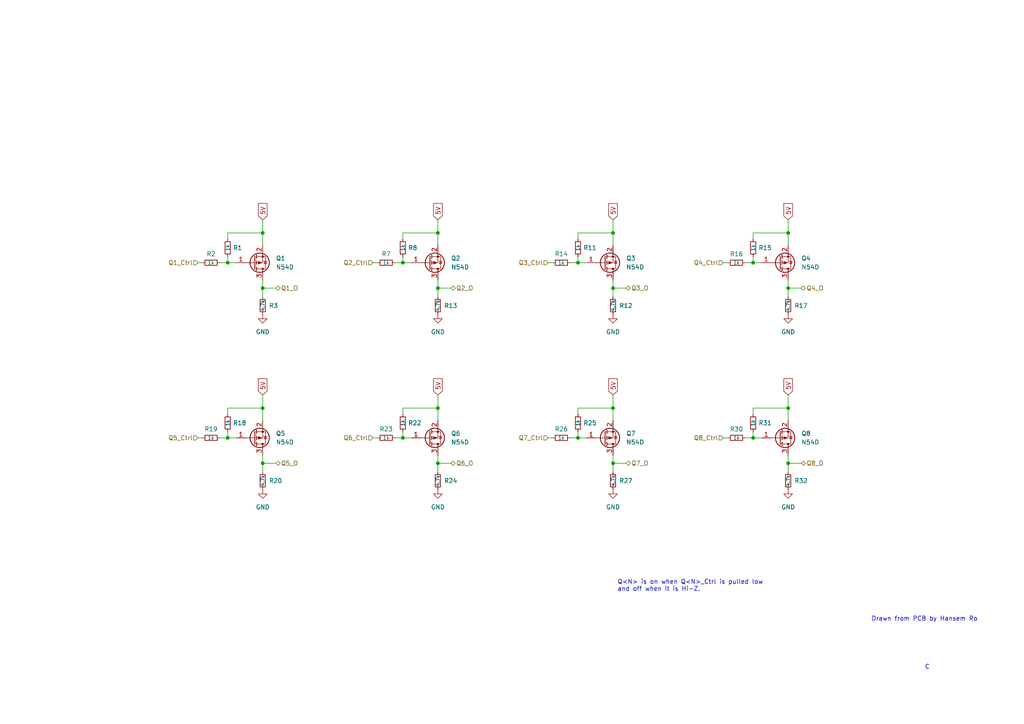
<source format=kicad_sch>
(kicad_sch (version 20211123) (generator eeschema)
  (paper "A4")
  (lib_symbols
    (symbol "Device:Q_PMOS_GSD" (pin_names (offset 0) hide)
      (property "Reference" "Q" (at 5.08 1.27 0))
      (property "Value" "Q_PMOS_GSD" (at 5.08 -1.27 0))
      (symbol "Q_PMOS_GSD_0_1"
        (polyline (pts (xy 0.254 0) (xy -2.54 0)))
        (polyline (pts (xy 0.254 1.905) (xy 0.254 -1.905)) (stroke (width 0.254)))
        (polyline (pts (xy 0.762 -1.27) (xy 0.762 -2.286)) (stroke (width 0.254)))
        (polyline (pts (xy 0.762 0.508) (xy 0.762 -0.508)) (stroke (width 0.254)))
        (polyline (pts (xy 0.762 2.286) (xy 0.762 1.27)) (stroke (width 0.254)))
        (polyline (pts (xy 2.54 2.54) (xy 2.54 1.778)))
        (polyline (pts (xy 2.54 -2.54) (xy 2.54 0) (xy 0.762 0)))
        (polyline (pts (xy 0.762 1.778) (xy 3.302 1.778) (xy 3.302 -1.778) (xy 0.762 -1.778)))
        (polyline (pts (xy 2.286 0) (xy 1.27 0.381) (xy 1.27 -0.381) (xy 2.286 0)) (fill (type outline)))
        (polyline (pts (xy 2.794 -0.508) (xy 2.921 -0.381) (xy 3.683 -0.381) (xy 3.81 -0.254)))
        (polyline (pts (xy 3.302 -0.381) (xy 2.921 0.254) (xy 3.683 0.254) (xy 3.302 -0.381)))
        (circle (center 1.651 0) (radius 2.794) (stroke (width 0.254)))
        (circle (center 2.54 -1.778) (radius 0.254) (fill (type outline)))
        (circle (center 2.54 1.778) (radius 0.254) (fill (type outline)))
      )
      (symbol "Q_PMOS_GSD_1_1"
        (pin input line (at -5.08 0 0) (length 2.54) (name "G") (number "1"))
        (pin passive line (at 2.54 -5.08 90) (length 2.54) (name "S") (number "2"))
        (pin passive line (at 2.54 5.08 270) (length 2.54) (name "D") (number "3"))
      )
    )
    (symbol "Device:R_Small" (pin_numbers hide) (pin_names (offset 0.254) hide)
      (property "Reference" "R" (at 0.762 0.508 0))
      (property "Value" "R_Small" (at 0.762 -1.016 0))
      (symbol "R_Small_0_1"
        (rectangle (start -0.762 1.778) (end 0.762 -1.778) (stroke (width 0.2032)))
      )
      (symbol "R_Small_1_1"
        (pin passive line (at 0 2.54 270) (length 0.762) (name "~") (number "1"))
        (pin passive line (at 0 -2.54 90) (length 0.762) (name "~") (number "2"))
      )
    )
    (symbol "power:GND" (power) (pin_names (offset 0))
      (property "Value" "GND" (at 0 -3.81 0))
      (symbol "GND_0_1"
        (polyline (pts (xy 0 0) (xy 0 -1.27) (xy 1.27 -1.27) (xy 0 -2.54) (xy -1.27 -1.27) (xy 0 -1.27)))
      )
      (symbol "GND_1_1"
        (pin power_in line (at 0 0 270) (length 0) hide (name "GND") (number "1"))
      )
    )
  )
  (junction (at 177.8 134.366))
  (junction (at 228.6 134.366))
  (junction (at 218.44 127))
  (junction (at 116.84 76.2))
  (junction (at 76.2 67.564))
  (junction (at 116.84 127))
  (junction (at 76.2 134.366))
  (junction (at 167.64 76.2))
  (junction (at 127 118.364))
  (junction (at 66.04 76.2))
  (junction (at 127 134.366))
  (junction (at 177.8 83.566))
  (junction (at 167.64 127))
  (junction (at 177.8 67.564))
  (junction (at 66.04 127))
  (junction (at 127 83.566))
  (junction (at 76.2 83.566))
  (junction (at 228.6 118.364))
  (junction (at 127 67.564))
  (junction (at 218.44 76.2))
  (junction (at 228.6 67.564))
  (junction (at 76.2 118.364))
  (junction (at 228.6 83.566))
  (junction (at 177.8 118.364))
  (wire (pts (xy 127 63.754) (xy 127 67.564)))
  (wire (pts (xy 127 83.566) (xy 127 86.106)))
  (wire (pts (xy 116.84 76.2) (xy 119.38 76.2)))
  (wire (pts (xy 114.554 127) (xy 116.84 127)))
  (wire (pts (xy 228.6 118.364) (xy 228.6 121.92)))
  (wire (pts (xy 167.64 74.422) (xy 167.64 76.2)))
  (wire (pts (xy 165.354 76.2) (xy 167.64 76.2)))
  (wire (pts (xy 127 114.554) (xy 127 118.364)))
  (wire (pts (xy 116.84 125.222) (xy 116.84 127)))
  (wire (pts (xy 116.84 127) (xy 119.38 127)))
  (wire (pts (xy 177.8 81.28) (xy 177.8 83.566)))
  (wire (pts (xy 66.04 127) (xy 68.58 127)))
  (wire (pts (xy 167.64 125.222) (xy 167.64 127)))
  (wire (pts (xy 160.274 127) (xy 159.004 127)))
  (wire (pts (xy 66.04 120.142) (xy 66.04 118.364)))
  (wire (pts (xy 76.2 83.566) (xy 76.2 86.106)))
  (wire (pts (xy 66.04 69.342) (xy 66.04 67.564)))
  (wire (pts (xy 66.04 118.364) (xy 76.2 118.364)))
  (wire (pts (xy 109.474 76.2) (xy 108.204 76.2)))
  (wire (pts (xy 109.474 127) (xy 108.204 127)))
  (wire (pts (xy 127 81.28) (xy 127 83.566)))
  (wire (pts (xy 218.44 120.142) (xy 218.44 118.364)))
  (wire (pts (xy 80.01 134.366) (xy 76.2 134.366)))
  (wire (pts (xy 167.64 67.564) (xy 177.8 67.564)))
  (wire (pts (xy 181.61 134.366) (xy 177.8 134.366)))
  (wire (pts (xy 58.674 127) (xy 57.404 127)))
  (wire (pts (xy 177.8 134.366) (xy 177.8 136.906)))
  (wire (pts (xy 218.44 74.422) (xy 218.44 76.2)))
  (wire (pts (xy 165.354 127) (xy 167.64 127)))
  (wire (pts (xy 177.8 83.566) (xy 177.8 86.106)))
  (wire (pts (xy 114.554 76.2) (xy 116.84 76.2)))
  (wire (pts (xy 177.8 67.564) (xy 177.8 71.12)))
  (wire (pts (xy 66.04 76.2) (xy 68.58 76.2)))
  (wire (pts (xy 216.154 76.2) (xy 218.44 76.2)))
  (wire (pts (xy 167.64 118.364) (xy 177.8 118.364)))
  (wire (pts (xy 232.41 134.366) (xy 228.6 134.366)))
  (wire (pts (xy 63.754 76.2) (xy 66.04 76.2)))
  (wire (pts (xy 167.64 120.142) (xy 167.64 118.364)))
  (wire (pts (xy 80.01 83.566) (xy 76.2 83.566)))
  (wire (pts (xy 127 134.366) (xy 127 136.906)))
  (wire (pts (xy 167.64 127) (xy 170.18 127)))
  (wire (pts (xy 177.8 132.08) (xy 177.8 134.366)))
  (wire (pts (xy 127 118.364) (xy 127 121.92)))
  (wire (pts (xy 228.6 67.564) (xy 228.6 71.12)))
  (wire (pts (xy 218.44 69.342) (xy 218.44 67.564)))
  (wire (pts (xy 58.674 76.2) (xy 57.404 76.2)))
  (wire (pts (xy 130.81 83.566) (xy 127 83.566)))
  (wire (pts (xy 76.2 67.564) (xy 76.2 71.12)))
  (wire (pts (xy 218.44 118.364) (xy 228.6 118.364)))
  (wire (pts (xy 160.274 76.2) (xy 159.004 76.2)))
  (wire (pts (xy 228.6 132.08) (xy 228.6 134.366)))
  (wire (pts (xy 211.074 76.2) (xy 209.804 76.2)))
  (wire (pts (xy 116.84 120.142) (xy 116.84 118.364)))
  (wire (pts (xy 76.2 132.08) (xy 76.2 134.366)))
  (wire (pts (xy 218.44 127) (xy 220.98 127)))
  (wire (pts (xy 228.6 114.554) (xy 228.6 118.364)))
  (wire (pts (xy 76.2 63.754) (xy 76.2 67.564)))
  (wire (pts (xy 228.6 63.754) (xy 228.6 67.564)))
  (wire (pts (xy 228.6 81.28) (xy 228.6 83.566)))
  (wire (pts (xy 177.8 118.364) (xy 177.8 121.92)))
  (wire (pts (xy 228.6 83.566) (xy 228.6 86.106)))
  (wire (pts (xy 66.04 67.564) (xy 76.2 67.564)))
  (wire (pts (xy 228.6 134.366) (xy 228.6 136.906)))
  (wire (pts (xy 218.44 125.222) (xy 218.44 127)))
  (wire (pts (xy 177.8 63.754) (xy 177.8 67.564)))
  (wire (pts (xy 116.84 69.342) (xy 116.84 67.564)))
  (wire (pts (xy 116.84 67.564) (xy 127 67.564)))
  (wire (pts (xy 116.84 74.422) (xy 116.84 76.2)))
  (wire (pts (xy 116.84 118.364) (xy 127 118.364)))
  (wire (pts (xy 76.2 81.28) (xy 76.2 83.566)))
  (wire (pts (xy 181.61 83.566) (xy 177.8 83.566)))
  (wire (pts (xy 211.074 127) (xy 209.804 127)))
  (wire (pts (xy 76.2 134.366) (xy 76.2 136.906)))
  (wire (pts (xy 127 67.564) (xy 127 71.12)))
  (wire (pts (xy 177.8 114.554) (xy 177.8 118.364)))
  (wire (pts (xy 232.41 83.566) (xy 228.6 83.566)))
  (wire (pts (xy 127 132.08) (xy 127 134.366)))
  (wire (pts (xy 218.44 67.564) (xy 228.6 67.564)))
  (wire (pts (xy 63.754 127) (xy 66.04 127)))
  (wire (pts (xy 130.81 134.366) (xy 127 134.366)))
  (wire (pts (xy 76.2 118.364) (xy 76.2 121.92)))
  (wire (pts (xy 218.44 76.2) (xy 220.98 76.2)))
  (wire (pts (xy 216.154 127) (xy 218.44 127)))
  (wire (pts (xy 167.64 76.2) (xy 170.18 76.2)))
  (wire (pts (xy 66.04 125.222) (xy 66.04 127)))
  (wire (pts (xy 167.64 69.342) (xy 167.64 67.564)))
  (wire (pts (xy 66.04 74.422) (xy 66.04 76.2)))
  (wire (pts (xy 76.2 114.554) (xy 76.2 118.364)))
  (text "C" (at 268.224 194.31 0) (effects (font (size 1.27 1.27)) (justify left bottom)))
  (text "Q<N> is on when Q<N>_Ctrl is pulled low\nand off when it is Hi-Z." (at 179.07 171.704 0) (effects (font (size 1.27 1.27)) (justify left bottom)))
  (text "Drawn from PCB by Hansem Ro" (at 252.73 180.34 0) (effects (font (size 1.27 1.27)) (justify left bottom)))
  (global_label "5V" (shape input) (at 127 63.754 90) (property "Intersheet References" "${INTERSHEET_REFS}" (effects hide)))
  (global_label "5V" (shape input) (at 228.6 63.754 90) (property "Intersheet References" "${INTERSHEET_REFS}" (effects hide)))
  (global_label "5V" (shape input) (at 76.2 63.754 90) (property "Intersheet References" "${INTERSHEET_REFS}" (effects hide)))
  (global_label "5V" (shape input) (at 76.2 114.554 90) (property "Intersheet References" "${INTERSHEET_REFS}" (effects hide)))
  (global_label "5V" (shape input) (at 228.6 114.554 90) (property "Intersheet References" "${INTERSHEET_REFS}" (effects hide)))
  (global_label "5V" (shape input) (at 177.8 114.554 90) (property "Intersheet References" "${INTERSHEET_REFS}" (effects hide)))
  (global_label "5V" (shape input) (at 127 114.554 90) (property "Intersheet References" "${INTERSHEET_REFS}" (effects hide)))
  (global_label "5V" (shape input) (at 177.8 63.754 90) (property "Intersheet References" "${INTERSHEET_REFS}" (effects hide)))
  (hierarchical_label "Q7_Ctrl" (shape input) (at 159.004 127 180))
  (hierarchical_label "Q6_O" (shape bidirectional) (at 130.81 134.366 0))
  (hierarchical_label "Q3_O" (shape bidirectional) (at 181.61 83.566 0))
  (hierarchical_label "Q4_Ctrl" (shape input) (at 209.804 76.2 180))
  (hierarchical_label "Q5_Ctrl" (shape input) (at 57.404 127 180))
  (hierarchical_label "Q4_O" (shape bidirectional) (at 232.41 83.566 0))
  (hierarchical_label "Q6_Ctrl" (shape input) (at 108.204 127 180))
  (hierarchical_label "Q8_O" (shape bidirectional) (at 232.41 134.366 0))
  (hierarchical_label "Q3_Ctrl" (shape input) (at 159.004 76.2 180))
  (hierarchical_label "Q7_O" (shape bidirectional) (at 181.61 134.366 0))
  (hierarchical_label "Q1_Ctrl" (shape input) (at 57.404 76.2 180))
  (hierarchical_label "Q2_Ctrl" (shape input) (at 108.204 76.2 180))
  (hierarchical_label "Q8_Ctrl" (shape input) (at 209.804 127 180))
  (hierarchical_label "Q5_O" (shape bidirectional) (at 80.01 134.366 0))
  (hierarchical_label "Q1_O" (shape bidirectional) (at 80.01 83.566 0))
  (hierarchical_label "Q2_O" (shape bidirectional) (at 130.81 83.566 0))
  (symbol (lib_id "Device:R_Small") (at 218.44 71.882 0) (unit 1)
    (property "Reference" "R15" (at 219.964 71.882 0) (effects (justify left)))
    (property "Value" "1k" (at 218.44 71.882 90) (effects (font (size 1 1))))
  )
  (symbol (lib_id "Device:Q_PMOS_GSD") (at 226.06 76.2 0) (mirror x) (unit 1)
    (property "Reference" "Q4" (at 232.41 74.9299 0) (effects (justify left)))
    (property "Value" "N54D" (at 232.41 77.4699 0) (effects (justify left)))
  )
  (symbol (lib_id "Device:R_Small") (at 213.614 76.2 270) (unit 1)
    (property "Reference" "R16" (at 213.614 73.66 90))
    (property "Value" "1k" (at 213.614 76.2 90) (effects (font (size 1 1))))
  )
  (symbol (lib_id "power:GND") (at 177.8 141.986 0) (mirror y) (unit 1)
    (property "Reference" "#PWR0129" (effects hide))
    (property "Value" "GND" (at 177.8 147.066 0))
  )
  (symbol (lib_id "power:GND") (at 177.8 91.186 0) (mirror y) (unit 1)
    (property "Reference" "#PWR0124" (effects hide))
    (property "Value" "GND" (at 177.8 96.266 0))
  )
  (symbol (lib_id "power:GND") (at 228.6 91.186 0) (mirror y) (unit 1)
    (property "Reference" "#PWR0183" (effects hide))
    (property "Value" "GND" (at 228.6 96.266 0))
  )
  (symbol (lib_id "Device:Q_PMOS_GSD") (at 124.46 127 0) (mirror x) (unit 1)
    (property "Reference" "Q6" (at 130.81 125.7299 0) (effects (justify left)))
    (property "Value" "N54D" (at 130.81 128.2699 0) (effects (justify left)))
  )
  (symbol (lib_id "Device:Q_PMOS_GSD") (at 175.26 127 0) (mirror x) (unit 1)
    (property "Reference" "Q7" (at 181.61 125.7299 0) (effects (justify left)))
    (property "Value" "N54D" (at 181.61 128.2699 0) (effects (justify left)))
  )
  (symbol (lib_id "power:GND") (at 228.6 141.986 0) (mirror y) (unit 1)
    (property "Reference" "#PWR0127" (effects hide))
    (property "Value" "GND" (at 228.6 147.066 0))
  )
  (symbol (lib_id "Device:R_Small") (at 228.6 88.646 0) (mirror y) (unit 1)
    (property "Reference" "R17" (at 230.378 88.646 0) (effects (justify right)))
    (property "Value" "4.7k" (at 228.6 88.646 90) (effects (font (size 1 1))))
  )
  (symbol (lib_id "power:GND") (at 127 141.986 0) (mirror y) (unit 1)
    (property "Reference" "#PWR0128" (effects hide))
    (property "Value" "GND" (at 127 147.066 0))
  )
  (symbol (lib_id "Device:Q_PMOS_GSD") (at 124.46 76.2 0) (mirror x) (unit 1)
    (property "Reference" "Q2" (at 130.81 74.9299 0) (effects (justify left)))
    (property "Value" "N54D" (at 130.81 77.4699 0) (effects (justify left)))
  )
  (symbol (lib_id "Device:R_Small") (at 112.014 127 270) (unit 1)
    (property "Reference" "R23" (at 112.014 124.46 90))
    (property "Value" "1k" (at 112.014 127 90) (effects (font (size 1 1))))
  )
  (symbol (lib_id "Device:R_Small") (at 61.214 127 270) (unit 1)
    (property "Reference" "R19" (at 61.214 124.46 90))
    (property "Value" "1k" (at 61.214 127 90) (effects (font (size 1 1))))
  )
  (symbol (lib_id "Device:R_Small") (at 213.614 127 270) (unit 1)
    (property "Reference" "R30" (at 213.614 124.46 90))
    (property "Value" "1k" (at 213.614 127 90) (effects (font (size 1 1))))
  )
  (symbol (lib_id "Device:R_Small") (at 61.214 76.2 270) (unit 1)
    (property "Reference" "R2" (at 61.214 73.66 90))
    (property "Value" "1k" (at 61.214 76.2 90) (effects (font (size 1 1))))
  )
  (symbol (lib_id "Device:R_Small") (at 127 139.446 0) (mirror y) (unit 1)
    (property "Reference" "R24" (at 128.778 139.446 0) (effects (justify right)))
    (property "Value" "4.7k" (at 127 139.446 90) (effects (font (size 1 1))))
  )
  (symbol (lib_id "Device:R_Small") (at 116.84 71.882 0) (unit 1)
    (property "Reference" "R8" (at 118.364 71.882 0) (effects (justify left)))
    (property "Value" "1k" (at 116.84 71.882 90) (effects (font (size 1 1))))
  )
  (symbol (lib_id "power:GND") (at 76.2 141.986 0) (mirror y) (unit 1)
    (property "Reference" "#PWR0131" (effects hide))
    (property "Value" "GND" (at 76.2 147.066 0))
  )
  (symbol (lib_id "Device:R_Small") (at 162.814 127 270) (unit 1)
    (property "Reference" "R26" (at 162.814 124.46 90))
    (property "Value" "1k" (at 162.814 127 90) (effects (font (size 1 1))))
  )
  (symbol (lib_id "Device:Q_PMOS_GSD") (at 73.66 76.2 0) (mirror x) (unit 1)
    (property "Reference" "Q1" (at 80.01 74.9299 0) (effects (justify left)))
    (property "Value" "N54D" (at 80.01 77.4699 0) (effects (justify left)))
  )
  (symbol (lib_id "Device:R_Small") (at 177.8 139.446 0) (mirror y) (unit 1)
    (property "Reference" "R27" (at 179.578 139.446 0) (effects (justify right)))
    (property "Value" "4.7k" (at 177.8 139.446 90) (effects (font (size 1 1))))
  )
  (symbol (lib_id "Device:R_Small") (at 66.04 71.882 0) (unit 1)
    (property "Reference" "R1" (at 67.564 71.882 0) (effects (justify left)))
    (property "Value" "1k" (at 66.04 71.882 90) (effects (font (size 1 1))))
  )
  (symbol (lib_id "Device:R_Small") (at 167.64 122.682 0) (unit 1)
    (property "Reference" "R25" (at 169.164 122.682 0) (effects (justify left)))
    (property "Value" "1k" (at 167.64 122.682 90) (effects (font (size 1 1))))
  )
  (symbol (lib_id "Device:R_Small") (at 76.2 88.646 0) (mirror y) (unit 1)
    (property "Reference" "R3" (at 77.978 88.646 0) (effects (justify right)))
    (property "Value" "4.7k" (at 76.2 88.646 90) (effects (font (size 1 1))))
  )
  (symbol (lib_id "Device:R_Small") (at 167.64 71.882 0) (unit 1)
    (property "Reference" "R11" (at 169.164 71.882 0) (effects (justify left)))
    (property "Value" "1k" (at 167.64 71.882 90) (effects (font (size 1 1))))
  )
  (symbol (lib_id "power:GND") (at 76.2 91.186 0) (mirror y) (unit 1)
    (property "Reference" "#PWR0126" (effects hide))
    (property "Value" "GND" (at 76.2 96.266 0))
  )
  (symbol (lib_id "Device:R_Small") (at 76.2 139.446 0) (mirror y) (unit 1)
    (property "Reference" "R20" (at 77.978 139.446 0) (effects (justify right)))
    (property "Value" "4.7k" (at 76.2 139.446 90) (effects (font (size 1 1))))
  )
  (symbol (lib_id "Device:Q_PMOS_GSD") (at 175.26 76.2 0) (mirror x) (unit 1)
    (property "Reference" "Q3" (at 181.61 74.9299 0) (effects (justify left)))
    (property "Value" "N54D" (at 181.61 77.4699 0) (effects (justify left)))
  )
  (symbol (lib_id "Device:R_Small") (at 218.44 122.682 0) (unit 1)
    (property "Reference" "R31" (at 219.964 122.682 0) (effects (justify left)))
    (property "Value" "1k" (at 218.44 122.682 90) (effects (font (size 1 1))))
  )
  (symbol (lib_id "Device:R_Small") (at 112.014 76.2 270) (unit 1)
    (property "Reference" "R7" (at 112.014 73.66 90))
    (property "Value" "1k" (at 112.014 76.2 90) (effects (font (size 1 1))))
  )
  (symbol (lib_id "Device:R_Small") (at 228.6 139.446 0) (mirror y) (unit 1)
    (property "Reference" "R32" (at 230.378 139.446 0) (effects (justify right)))
    (property "Value" "4.7k" (at 228.6 139.446 90) (effects (font (size 1 1))))
  )
  (symbol (lib_id "Device:Q_PMOS_GSD") (at 226.06 127 0) (mirror x) (unit 1)
    (property "Reference" "Q8" (at 232.41 125.7299 0) (effects (justify left)))
    (property "Value" "N54D" (at 232.41 128.2699 0) (effects (justify left)))
  )
  (symbol (lib_id "Device:R_Small") (at 66.04 122.682 0) (unit 1)
    (property "Reference" "R18" (at 67.564 122.682 0) (effects (justify left)))
    (property "Value" "1k" (at 66.04 122.682 90) (effects (font (size 1 1))))
  )
  (symbol (lib_id "Device:R_Small") (at 177.8 88.646 0) (mirror y) (unit 1)
    (property "Reference" "R12" (at 179.578 88.646 0) (effects (justify right)))
    (property "Value" "4.7k" (at 177.8 88.646 90) (effects (font (size 1 1))))
  )
  (symbol (lib_id "Device:R_Small") (at 162.814 76.2 270) (unit 1)
    (property "Reference" "R14" (at 162.814 73.66 90))
    (property "Value" "1k" (at 162.814 76.2 90) (effects (font (size 1 1))))
  )
  (symbol (lib_id "power:GND") (at 127 91.186 0) (mirror y) (unit 1)
    (property "Reference" "#PWR0130" (effects hide))
    (property "Value" "GND" (at 127 96.266 0))
  )
  (symbol (lib_id "Device:R_Small") (at 116.84 122.682 0) (unit 1)
    (property "Reference" "R22" (at 118.364 122.682 0) (effects (justify left)))
    (property "Value" "1k" (at 116.84 122.682 90) (effects (font (size 1 1))))
  )
  (symbol (lib_id "Device:R_Small") (at 127 88.646 0) (mirror y) (unit 1)
    (property "Reference" "R13" (at 128.778 88.646 0) (effects (justify right)))
    (property "Value" "4.7k" (at 127 88.646 90) (effects (font (size 1 1))))
  )
  (symbol (lib_id "Device:Q_PMOS_GSD") (at 73.66 127 0) (mirror x) (unit 1)
    (property "Reference" "Q5" (at 80.01 125.7299 0) (effects (justify left)))
    (property "Value" "N54D" (at 80.01 128.2699 0) (effects (justify left)))
  )
)
</source>
